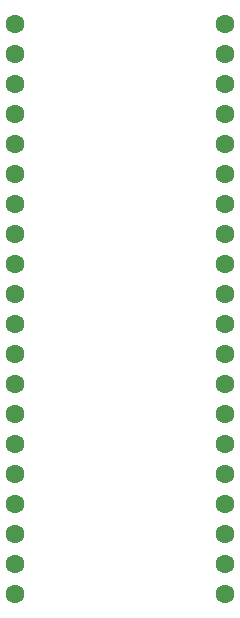
<source format=gbr>
%TF.GenerationSoftware,KiCad,Pcbnew,9.0.5*%
%TF.CreationDate,2025-11-24T11:44:41-05:00*%
%TF.ProjectId,bluetooth,626c7565-746f-46f7-9468-2e6b69636164,rev?*%
%TF.SameCoordinates,Original*%
%TF.FileFunction,Copper,L2,Bot*%
%TF.FilePolarity,Positive*%
%FSLAX46Y46*%
G04 Gerber Fmt 4.6, Leading zero omitted, Abs format (unit mm)*
G04 Created by KiCad (PCBNEW 9.0.5) date 2025-11-24 11:44:41*
%MOMM*%
%LPD*%
G01*
G04 APERTURE LIST*
%TA.AperFunction,ComponentPad*%
%ADD10C,1.600000*%
%TD*%
G04 APERTURE END LIST*
D10*
%TO.P,M1,1,GP0*%
%TO.N,Net-(M1-GP0)*%
X131800600Y-80518000D03*
%TO.P,M1,2,GP1*%
%TO.N,Net-(M1-GP1)*%
X131800600Y-83058000D03*
%TO.P,M1,3,GND*%
%TO.N,Net-(D1-A)*%
X131800600Y-85598000D03*
%TO.P,M1,4,GP2*%
%TO.N,Net-(M1-GP2)*%
X131800600Y-88138000D03*
%TO.P,M1,5,GP3*%
%TO.N,unconnected-(M1-GP3-Pad5)*%
X131800600Y-90678000D03*
%TO.P,M1,6,GP4*%
%TO.N,unconnected-(M1-GP4-Pad6)*%
X131800600Y-93218000D03*
%TO.P,M1,7,GP5*%
%TO.N,unconnected-(M1-GP5-Pad7)*%
X131800600Y-95758000D03*
%TO.P,M1,8,GND*%
%TO.N,Net-(D1-A)*%
X131800600Y-98298000D03*
%TO.P,M1,9,GP6*%
%TO.N,unconnected-(M1-GP6-Pad9)*%
X131800600Y-100838000D03*
%TO.P,M1,10,GP7*%
%TO.N,unconnected-(M1-GP7-Pad10)*%
X131800600Y-103378000D03*
%TO.P,M1,11,GP8*%
%TO.N,unconnected-(M1-GP8-Pad11)*%
X131800600Y-105918000D03*
%TO.P,M1,12,GP9*%
%TO.N,unconnected-(M1-GP9-Pad12)*%
X131800600Y-108458000D03*
%TO.P,M1,13,GND*%
%TO.N,Net-(D1-A)*%
X131800600Y-110998000D03*
%TO.P,M1,14,GP10*%
%TO.N,unconnected-(M1-GP10-Pad14)*%
X131800600Y-113538000D03*
%TO.P,M1,15,GP11*%
%TO.N,unconnected-(M1-GP11-Pad15)*%
X131800600Y-116078000D03*
%TO.P,M1,16,GP12*%
%TO.N,unconnected-(M1-GP12-Pad16)*%
X131800600Y-118618000D03*
%TO.P,M1,17,GP13*%
%TO.N,unconnected-(M1-GP13-Pad17)*%
X131800600Y-121158000D03*
%TO.P,M1,18,GND*%
%TO.N,Net-(D1-A)*%
X131800600Y-123698000D03*
%TO.P,M1,19,GP14*%
%TO.N,unconnected-(M1-GP14-Pad19)*%
X131800600Y-126238000D03*
%TO.P,M1,20,GP15*%
%TO.N,unconnected-(M1-GP15-Pad20)*%
X131800600Y-128778000D03*
%TO.P,M1,21,GP16*%
%TO.N,unconnected-(M1-GP16-Pad21)*%
X149580600Y-128778000D03*
%TO.P,M1,22,GP17*%
%TO.N,unconnected-(M1-GP17-Pad22)*%
X149580600Y-126238000D03*
%TO.P,M1,23,GND*%
%TO.N,Net-(D1-A)*%
X149580600Y-123698000D03*
%TO.P,M1,24,GP18*%
%TO.N,unconnected-(M1-GP18-Pad24)*%
X149580600Y-121158000D03*
%TO.P,M1,25,GP19*%
%TO.N,unconnected-(M1-GP19-Pad25)*%
X149580600Y-118618000D03*
%TO.P,M1,26,GP20*%
%TO.N,unconnected-(M1-GP20-Pad26)*%
X149580600Y-116078000D03*
%TO.P,M1,27,GP21*%
%TO.N,unconnected-(M1-GP21-Pad27)*%
X149580600Y-113538000D03*
%TO.P,M1,28,GND*%
%TO.N,Net-(D1-A)*%
X149580600Y-110998000D03*
%TO.P,M1,29,GP22*%
%TO.N,unconnected-(M1-GP22-Pad29)*%
X149580600Y-108458000D03*
%TO.P,M1,30,RUN*%
%TO.N,unconnected-(M1-RUN-Pad30)*%
X149580600Y-105918000D03*
%TO.P,M1,31,GP26*%
%TO.N,unconnected-(M1-GP26-Pad31)*%
X149580600Y-103378000D03*
%TO.P,M1,32,GP27*%
%TO.N,unconnected-(M1-GP27-Pad32)*%
X149580600Y-100838000D03*
%TO.P,M1,33,GND*%
%TO.N,Net-(D1-A)*%
X149580600Y-98298000D03*
%TO.P,M1,34,GP28*%
%TO.N,unconnected-(M1-GP28-Pad34)*%
X149580600Y-95758000D03*
%TO.P,M1,35,ADC_VREF*%
%TO.N,unconnected-(M1-ADC_VREF-Pad35)*%
X149580600Y-93218000D03*
%TO.P,M1,36,3V3_OUT*%
%TO.N,unconnected-(M1-3V3_OUT-Pad36)*%
X149580600Y-90678000D03*
%TO.P,M1,37,3V3_EN*%
%TO.N,unconnected-(M1-3V3_EN-Pad37)*%
X149580600Y-88138000D03*
%TO.P,M1,38,GND*%
%TO.N,Net-(D1-A)*%
X149580600Y-85598000D03*
%TO.P,M1,39,VSYS*%
%TO.N,unconnected-(M1-VSYS-Pad39)*%
X149580600Y-83058000D03*
%TO.P,M1,40,VBUS*%
%TO.N,unconnected-(M1-VBUS-Pad40)*%
X149580600Y-80518000D03*
%TD*%
M02*

</source>
